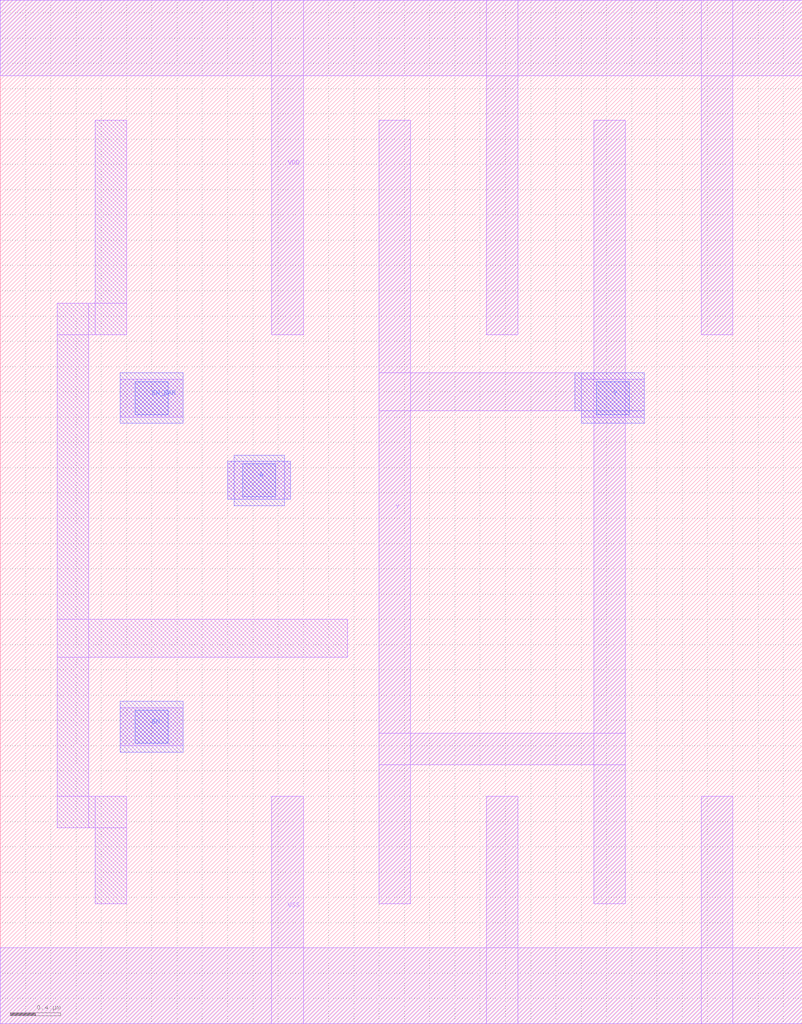
<source format=lef>
# Copyright 2022 Google LLC
# Licensed under the Apache License, Version 2.0 (the "License");
# you may not use this file except in compliance with the License.
# You may obtain a copy of the License at
#
#      http://www.apache.org/licenses/LICENSE-2.0
#
# Unless required by applicable law or agreed to in writing, software
# distributed under the License is distributed on an "AS IS" BASIS,
# WITHOUT WARRANTIES OR CONDITIONS OF ANY KIND, either express or implied.
# See the License for the specific language governing permissions and
# limitations under the License.
VERSION 5.7 ;
BUSBITCHARS "[]" ;
DIVIDERCHAR "/" ;

MACRO gf180mcu_osu_sc_gp12t3v3__tbuf_4
  CLASS CORE ;
  ORIGIN 0 0 ;
  FOREIGN gf180mcu_osu_sc_gp12t3v3__tbuf_4 0 0 ;
  SIZE 6.35 BY 8.1 ;
  SYMMETRY X Y ;
  SITE GF180_3p3_12t ;
  PIN VDD
    DIRECTION INOUT ;
    USE POWER ;
    SHAPE ABUTMENT ;
    PORT
      LAYER MET1 ;
        RECT 0 7.5 6.35 8.1 ;
        RECT 5.55 5.45 5.8 8.1 ;
        RECT 3.85 5.45 4.1 8.1 ;
        RECT 2.15 5.45 2.4 8.1 ;
    END
  END VDD
  PIN VSS
    DIRECTION INOUT ;
    USE GROUND ;
    PORT
      LAYER MET1 ;
        RECT 0 0 6.35 0.6 ;
        RECT 5.55 0 5.8 1.8 ;
        RECT 3.85 0 4.1 1.8 ;
        RECT 2.15 0 2.4 1.8 ;
    END
  END VSS
  PIN A
    DIRECTION INPUT ;
    USE SIGNAL ;
    PORT
      LAYER MET1 ;
        RECT 1.8 4.15 2.3 4.45 ;
      LAYER MET2 ;
        RECT 1.8 4.15 2.3 4.45 ;
        RECT 1.85 4.1 2.25 4.5 ;
      LAYER VIA12 ;
        RECT 1.92 4.17 2.18 4.43 ;
    END
  END A
  PIN EN
    DIRECTION INPUT ;
    USE SIGNAL ;
    PORT
      LAYER MET1 ;
        RECT 0.95 2.2 1.45 2.5 ;
      LAYER MET2 ;
        RECT 0.95 2.15 1.45 2.55 ;
      LAYER VIA12 ;
        RECT 1.07 2.22 1.33 2.48 ;
    END
  END EN
  PIN EN_BAR
    DIRECTION INPUT ;
    USE SIGNAL ;
    PORT
      LAYER MET1 ;
        RECT 0.95 4.8 1.45 5.1 ;
      LAYER MET2 ;
        RECT 0.95 4.75 1.45 5.15 ;
      LAYER VIA12 ;
        RECT 1.07 4.82 1.33 5.08 ;
    END
  END EN_BAR
  PIN Y
    DIRECTION OUTPUT ;
    USE SIGNAL ;
    PORT
      LAYER MET1 ;
        RECT 4.6 4.8 5.1 5.1 ;
        RECT 4.7 0.95 4.95 7.15 ;
        RECT 3 4.85 4.95 5.15 ;
        RECT 3 2.05 4.95 2.3 ;
        RECT 3 0.95 3.25 7.15 ;
      LAYER MET2 ;
        RECT 4.55 4.85 5.1 5.15 ;
        RECT 4.6 4.75 5.1 5.15 ;
      LAYER VIA12 ;
        RECT 4.72 4.82 4.98 5.08 ;
    END
  END Y
  OBS
    LAYER MET1 ;
      RECT 0.75 5.45 1 7.15 ;
      RECT 0.45 5.45 1 5.7 ;
      RECT 0.45 1.55 0.7 5.7 ;
      RECT 0.45 2.9 2.75 3.2 ;
      RECT 0.45 1.55 1 1.8 ;
      RECT 0.75 0.95 1 1.8 ;
  END
END gf180mcu_osu_sc_gp12t3v3__tbuf_4

</source>
